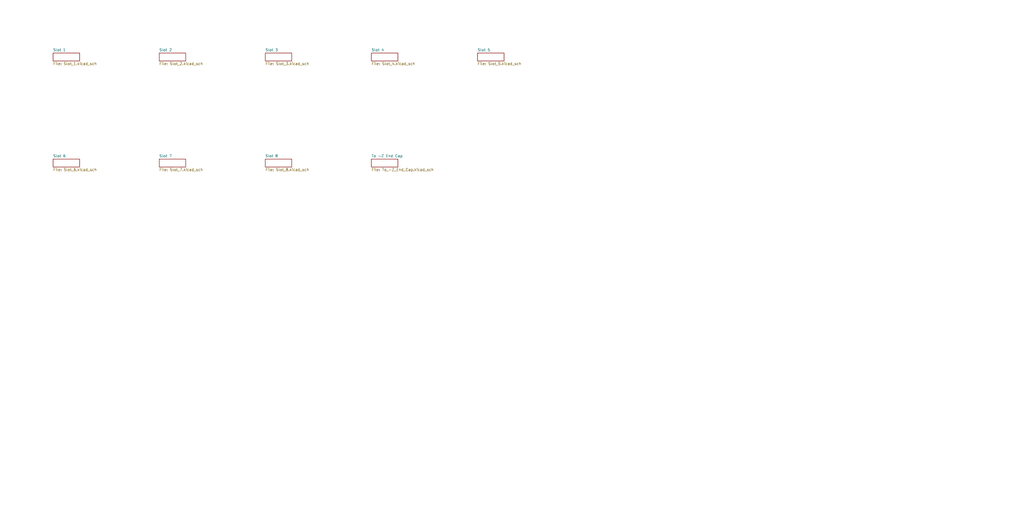
<source format=kicad_sch>
(kicad_sch (version 20211123) (generator eeschema)
  (paper "User" 490.22 254.406)
  (lib_symbols)
  (sheet (at 127 76.2) (size 12.7 3.81)
    (property "Sheet name" "Slot 8" (at 127 75.4884 0) (effects (justify left bottom)))
    (property "Sheet file" "Slot_8.kicad_sch" (at 127 80.5946 0) (effects (justify left top)))
  )
  (sheet (at 76.2 76.2) (size 12.7 3.81)
    (property "Sheet name" "Slot 7" (at 76.2 75.4884 0) (effects (justify left bottom)))
    (property "Sheet file" "Slot_7.kicad_sch" (at 76.2 80.5946 0) (effects (justify left top)))
  )
  (sheet (at 228.6 25.4) (size 12.7 3.81)
    (property "Sheet name" "Slot 5" (at 228.6 24.6884 0) (effects (justify left bottom)))
    (property "Sheet file" "Slot_5.kicad_sch" (at 228.6 29.7946 0) (effects (justify left top)))
  )
  (sheet (at 177.8 76.2) (size 12.7 3.81)
    (property "Sheet name" "To -Z End Cap" (at 177.8 75.4884 0) (effects (justify left bottom)))
    (property "Sheet file" "To_-Z_End_Cap.kicad_sch" (at 177.8 80.5946 0) (effects (justify left top)))
  )
  (sheet (at 25.4 25.4) (size 12.7 3.81)
    (property "Sheet name" "Slot 1" (at 25.4 24.6884 0) (effects (justify left bottom)))
    (property "Sheet file" "Slot_1.kicad_sch" (at 25.4 29.7946 0) (effects (justify left top)))
  )
  (sheet (at 177.8 25.4) (size 12.7 3.81)
    (property "Sheet name" "Slot 4" (at 177.8 24.6884 0) (effects (justify left bottom)))
    (property "Sheet file" "Slot_4.kicad_sch" (at 177.8 29.7946 0) (effects (justify left top)))
  )
  (sheet (at 127 25.4) (size 12.7 3.81)
    (property "Sheet name" "Slot 3" (at 127 24.6884 0) (effects (justify left bottom)))
    (property "Sheet file" "Slot_3.kicad_sch" (at 127 29.7946 0) (effects (justify left top)))
  )
  (sheet (at 76.2 25.4) (size 12.7 3.81)
    (property "Sheet name" "Slot 2" (at 76.2 24.6884 0) (effects (justify left bottom)))
    (property "Sheet file" "Slot_2.kicad_sch" (at 76.2 29.7946 0) (effects (justify left top)))
  )
  (sheet (at 25.4 76.2) (size 12.7 3.81)
    (property "Sheet name" "Slot 6" (at 25.4 75.4884 0) (effects (justify left bottom)))
    (property "Sheet file" "Slot_6.kicad_sch" (at 25.4 80.5946 0) (effects (justify left top)))
  )
)
</source>
